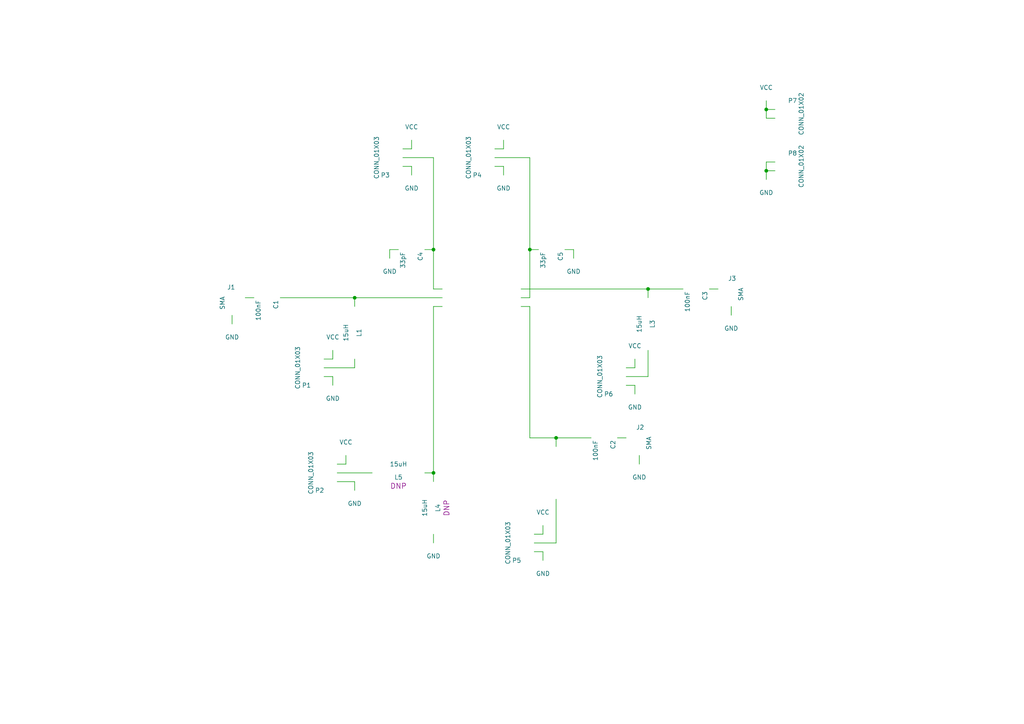
<source format=kicad_sch>
(kicad_sch (version 20230121) (generator eeschema)
  (paper "A4")
  (lib_symbols)
  (junction (at 161.29 127))
  (junction (at 153.67 72.39))
  (junction (at 187.96 83.82))
  (junction (at 222.25 31.75))
  (junction (at 125.73 72.39))
  (junction (at 222.25 49.53))
  (junction (at 102.87 86.36))
  (junction (at 125.73 137.16))
  (wire (pts (xy 151.13 83.82) (xy 187.96 83.82)))
  (wire (pts (xy 96.52 104.14) (xy 93.98 104.14)))
  (wire (pts (xy 157.48 160.02) (xy 157.48 162.56)))
  (wire (pts (xy 119.38 40.64) (xy 119.38 43.18)))
  (wire (pts (xy 184.15 104.14) (xy 184.15 106.68)))
  (wire (pts (xy 100.33 134.62) (xy 97.79 134.62)))
  (wire (pts (xy 222.25 34.29) (xy 224.79 34.29)))
  (wire (pts (xy 146.05 48.26) (xy 146.05 50.8)))
  (wire (pts (xy 166.37 72.39) (xy 166.37 74.93)))
  (wire (pts (xy 184.15 111.76) (xy 184.15 114.3)))
  (wire (pts (xy 116.84 48.26) (xy 119.38 48.26)))
  (wire (pts (xy 146.05 40.64) (xy 146.05 43.18)))
  (wire (pts (xy 97.79 137.16) (xy 107.95 137.16)))
  (wire (pts (xy 119.38 48.26) (xy 119.38 50.8)))
  (wire (pts (xy 143.51 48.26) (xy 146.05 48.26)))
  (wire (pts (xy 153.67 86.36) (xy 151.13 86.36)))
  (wire (pts (xy 222.25 49.53) (xy 222.25 52.07)))
  (wire (pts (xy 222.25 31.75) (xy 224.79 31.75)))
  (wire (pts (xy 93.98 106.68) (xy 102.87 106.68)))
  (wire (pts (xy 81.28 86.36) (xy 102.87 86.36)))
  (wire (pts (xy 212.09 88.9) (xy 212.09 91.44)))
  (wire (pts (xy 161.29 157.48) (xy 161.29 144.78)))
  (wire (pts (xy 102.87 106.68) (xy 102.87 104.14)))
  (wire (pts (xy 102.87 139.7) (xy 102.87 142.24)))
  (wire (pts (xy 222.25 31.75) (xy 222.25 34.29)))
  (wire (pts (xy 154.94 157.48) (xy 161.29 157.48)))
  (wire (pts (xy 123.19 72.39) (xy 125.73 72.39)))
  (wire (pts (xy 125.73 72.39) (xy 125.73 83.82)))
  (wire (pts (xy 205.74 83.82) (xy 208.28 83.82)))
  (wire (pts (xy 97.79 139.7) (xy 102.87 139.7)))
  (wire (pts (xy 153.67 88.9) (xy 153.67 127)))
  (wire (pts (xy 222.25 46.99) (xy 224.79 46.99)))
  (wire (pts (xy 161.29 127) (xy 171.45 127)))
  (wire (pts (xy 143.51 45.72) (xy 153.67 45.72)))
  (wire (pts (xy 222.25 29.21) (xy 222.25 31.75)))
  (wire (pts (xy 125.73 83.82) (xy 128.27 83.82)))
  (wire (pts (xy 153.67 45.72) (xy 153.67 72.39)))
  (wire (pts (xy 67.31 91.44) (xy 67.31 93.98)))
  (wire (pts (xy 73.66 86.36) (xy 71.12 86.36)))
  (wire (pts (xy 100.33 132.08) (xy 100.33 134.62)))
  (wire (pts (xy 153.67 72.39) (xy 153.67 86.36)))
  (wire (pts (xy 146.05 43.18) (xy 143.51 43.18)))
  (wire (pts (xy 125.73 88.9) (xy 128.27 88.9)))
  (wire (pts (xy 93.98 109.22) (xy 96.52 109.22)))
  (wire (pts (xy 102.87 86.36) (xy 102.87 88.9)))
  (wire (pts (xy 157.48 154.94) (xy 154.94 154.94)))
  (wire (pts (xy 125.73 45.72) (xy 125.73 72.39)))
  (wire (pts (xy 185.42 132.08) (xy 185.42 134.62)))
  (wire (pts (xy 125.73 154.94) (xy 125.73 157.48)))
  (wire (pts (xy 153.67 127) (xy 161.29 127)))
  (wire (pts (xy 125.73 88.9) (xy 125.73 137.16)))
  (wire (pts (xy 184.15 106.68) (xy 181.61 106.68)))
  (wire (pts (xy 187.96 109.22) (xy 187.96 101.6)))
  (wire (pts (xy 181.61 109.22) (xy 187.96 109.22)))
  (wire (pts (xy 116.84 45.72) (xy 125.73 45.72)))
  (wire (pts (xy 222.25 46.99) (xy 222.25 49.53)))
  (wire (pts (xy 119.38 43.18) (xy 116.84 43.18)))
  (wire (pts (xy 181.61 111.76) (xy 184.15 111.76)))
  (wire (pts (xy 187.96 83.82) (xy 198.12 83.82)))
  (wire (pts (xy 161.29 129.54) (xy 161.29 127)))
  (wire (pts (xy 102.87 86.36) (xy 128.27 86.36)))
  (wire (pts (xy 224.79 49.53) (xy 222.25 49.53)))
  (wire (pts (xy 179.07 127) (xy 181.61 127)))
  (wire (pts (xy 96.52 109.22) (xy 96.52 111.76)))
  (wire (pts (xy 153.67 72.39) (xy 156.21 72.39)))
  (wire (pts (xy 96.52 101.6) (xy 96.52 104.14)))
  (wire (pts (xy 157.48 152.4) (xy 157.48 154.94)))
  (wire (pts (xy 113.03 74.93) (xy 113.03 72.39)))
  (wire (pts (xy 154.94 160.02) (xy 157.48 160.02)))
  (wire (pts (xy 151.13 88.9) (xy 153.67 88.9)))
  (wire (pts (xy 125.73 137.16) (xy 125.73 139.7)))
  (wire (pts (xy 123.19 137.16) (xy 125.73 137.16)))
  (wire (pts (xy 113.03 72.39) (xy 115.57 72.39)))
  (wire (pts (xy 163.83 72.39) (xy 166.37 72.39)))
  (wire (pts (xy 187.96 83.82) (xy 187.96 86.36)))
  (symbol (lib_id "SKY13350") (at 139.7 86.36 0) (unit 1)
    (property "Reference" "U1" (at 139.7 81.28 0) (effects (font (size 1.524 1.524))))
    (property "Value" "SKY13350" (at 139.7 91.44 0) (effects (font (size 1.524 1.524))))
    (property "Footprint" "gsg-modules:SKY13350-385LF" (effects hide))
    (property "Manufacturer" "Skyworks" (effects hide))
    (property "Part Number" "SKY13350-385LF" (effects hide))
    (property "Description" "0.01-6.0 GHz GaAs SPDT Switch" (effects hide))
  )
  (symbol (lib_id "BNC") (at 212.09 83.82 0) (unit 1)
    (property "Reference" "J3" (at 212.344 80.772 0))
    (property "Value" "SMA" (at 214.884 85.344 90))
    (property "Footprint" "gsg-modules:SMA-VERTICAL" (effects hide))
  )
  (symbol (lib_id "BNC") (at 67.31 86.36 0) (mirror y) (unit 1)
    (property "Reference" "J1" (at 67.056 83.312 0))
    (property "Value" "SMA" (at 64.516 87.884 90))
    (property "Footprint" "gsg-modules:SMA-VERTICAL" (effects hide))
  )
  (symbol (lib_id "GND") (at 67.31 93.98 0) (unit 1)
    (property "Reference" "#PWR01" (effects hide))
    (property "Value" "GND" (at 67.31 97.79 0))
  )
  (symbol (lib_id "GND") (at 212.09 91.44 0) (unit 1)
    (property "Reference" "#PWR02" (effects hide))
    (property "Value" "GND" (at 212.09 95.25 0))
  )
  (symbol (lib_id "GND") (at 125.73 157.48 0) (unit 1)
    (property "Reference" "#PWR03" (effects hide))
    (property "Value" "GND" (at 125.73 161.29 0))
  )
  (symbol (lib_id "GND") (at 102.87 142.24 0) (unit 1)
    (property "Reference" "#PWR04" (effects hide))
    (property "Value" "GND" (at 102.87 146.05 0))
  )
  (symbol (lib_id "C") (at 77.47 86.36 270) (unit 1)
    (property "Reference" "C1" (at 80.01 86.995 0) (effects (justify left)))
    (property "Value" "100nF" (at 74.93 86.995 0) (effects (justify left)))
    (property "Footprint" "gsg-modules:0402" (effects hide))
    (property "Manufacturer" "Murata" (effects hide))
    (property "Part Number" "GRM155R61A104KA01D" (effects hide))
    (property "Description" "CAP CER 0.1UF 10V 10% X5R 0402" (effects hide))
  )
  (symbol (lib_id "CONN_01X03") (at 88.9 106.68 180) (unit 1)
    (property "Reference" "P1" (at 88.9 111.76 0))
    (property "Value" "CONN_01X03" (at 86.36 106.68 90))
    (property "Footprint" "gsg-modules:HEADER-1x3" (effects hide))
  )
  (symbol (lib_id "VCC") (at 96.52 101.6 0) (unit 1)
    (property "Reference" "#PWR05" (effects hide))
    (property "Value" "VCC" (at 96.52 97.79 0))
  )
  (symbol (lib_id "GND") (at 96.52 111.76 0) (unit 1)
    (property "Reference" "#PWR06" (effects hide))
    (property "Value" "GND" (at 96.52 115.57 0))
  )
  (symbol (lib_id "CONN_01X03") (at 92.71 137.16 180) (unit 1)
    (property "Reference" "P2" (at 92.71 142.24 0))
    (property "Value" "CONN_01X03" (at 90.17 137.16 90))
    (property "Footprint" "gsg-modules:HEADER-1x3" (effects hide))
  )
  (symbol (lib_id "VCC") (at 100.33 132.08 0) (unit 1)
    (property "Reference" "#PWR07" (effects hide))
    (property "Value" "VCC" (at 100.33 128.27 0))
  )
  (symbol (lib_id "CONN_01X03") (at 176.53 109.22 180) (unit 1)
    (property "Reference" "P6" (at 176.53 114.3 0))
    (property "Value" "CONN_01X03" (at 173.99 109.22 90))
    (property "Footprint" "gsg-modules:HEADER-1x3" (effects hide))
  )
  (symbol (lib_id "VCC") (at 184.15 104.14 0) (unit 1)
    (property "Reference" "#PWR08" (effects hide))
    (property "Value" "VCC" (at 184.15 100.33 0))
  )
  (symbol (lib_id "GND") (at 184.15 114.3 0) (unit 1)
    (property "Reference" "#PWR09" (effects hide))
    (property "Value" "GND" (at 184.15 118.11 0))
  )
  (symbol (lib_id "BNC") (at 185.42 127 0) (unit 1)
    (property "Reference" "J2" (at 185.674 123.952 0))
    (property "Value" "SMA" (at 188.214 128.524 90))
    (property "Footprint" "gsg-modules:SMA-VERTICAL" (effects hide))
  )
  (symbol (lib_id "GND") (at 185.42 134.62 0) (unit 1)
    (property "Reference" "#PWR010" (effects hide))
    (property "Value" "GND" (at 185.42 138.43 0))
  )
  (symbol (lib_id "CONN_01X03") (at 149.86 157.48 180) (unit 1)
    (property "Reference" "P5" (at 149.86 162.56 0))
    (property "Value" "CONN_01X03" (at 147.32 157.48 90))
    (property "Footprint" "gsg-modules:HEADER-1x3" (effects hide))
  )
  (symbol (lib_id "VCC") (at 157.48 152.4 0) (unit 1)
    (property "Reference" "#PWR011" (effects hide))
    (property "Value" "VCC" (at 157.48 148.59 0))
  )
  (symbol (lib_id "GND") (at 157.48 162.56 0) (unit 1)
    (property "Reference" "#PWR012" (effects hide))
    (property "Value" "GND" (at 157.48 166.37 0))
  )
  (symbol (lib_id "CONN_01X03") (at 138.43 45.72 180) (unit 1)
    (property "Reference" "P4" (at 138.43 50.8 0))
    (property "Value" "CONN_01X03" (at 135.89 45.72 90))
    (property "Footprint" "gsg-modules:HEADER-1x3" (effects hide))
  )
  (symbol (lib_id "VCC") (at 146.05 40.64 0) (unit 1)
    (property "Reference" "#PWR013" (effects hide))
    (property "Value" "VCC" (at 146.05 36.83 0))
  )
  (symbol (lib_id "GND") (at 146.05 50.8 0) (unit 1)
    (property "Reference" "#PWR014" (effects hide))
    (property "Value" "GND" (at 146.05 54.61 0))
  )
  (symbol (lib_id "CONN_01X03") (at 111.76 45.72 180) (unit 1)
    (property "Reference" "P3" (at 111.76 50.8 0))
    (property "Value" "CONN_01X03" (at 109.22 45.72 90))
    (property "Footprint" "gsg-modules:HEADER-1x3" (effects hide))
  )
  (symbol (lib_id "VCC") (at 119.38 40.64 0) (unit 1)
    (property "Reference" "#PWR015" (effects hide))
    (property "Value" "VCC" (at 119.38 36.83 0))
  )
  (symbol (lib_id "GND") (at 119.38 50.8 0) (unit 1)
    (property "Reference" "#PWR016" (effects hide))
    (property "Value" "GND" (at 119.38 54.61 0))
  )
  (symbol (lib_id "CONN_01X02") (at 229.87 33.02 0) (unit 1)
    (property "Reference" "P7" (at 229.87 29.21 0))
    (property "Value" "CONN_01X02" (at 232.41 33.02 90))
    (property "Footprint" "gsg-modules:HEADER-1x2" (effects hide))
  )
  (symbol (lib_id "CONN_01X02") (at 229.87 48.26 0) (unit 1)
    (property "Reference" "P8" (at 229.87 44.45 0))
    (property "Value" "CONN_01X02" (at 232.41 48.26 90))
    (property "Footprint" "gsg-modules:HEADER-1x2" (effects hide))
  )
  (symbol (lib_id "VCC") (at 222.25 29.21 0) (unit 1)
    (property "Reference" "#PWR017" (effects hide))
    (property "Value" "VCC" (at 222.25 25.4 0))
  )
  (symbol (lib_id "GND") (at 222.25 52.07 0) (unit 1)
    (property "Reference" "#PWR018" (effects hide))
    (property "Value" "GND" (at 222.25 55.88 0))
  )
  (symbol (lib_id "GND") (at 166.37 74.93 0) (unit 1)
    (property "Reference" "#PWR019" (effects hide))
    (property "Value" "GND" (at 166.37 78.74 0))
  )
  (symbol (lib_id "C") (at 119.38 72.39 270) (unit 1)
    (property "Reference" "C4" (at 121.92 73.025 0) (effects (justify left)))
    (property "Value" "33pF" (at 116.84 73.025 0) (effects (justify left)))
    (property "Footprint" "gsg-modules:0402" (effects hide))
    (property "Manufacturer" "Murata" (effects hide))
    (property "Part Number" "GRM1555C1H330JA01D" (effects hide))
    (property "Description" "CAP CER 33PF 50V 5% NP0 0402" (effects hide))
  )
  (symbol (lib_id "GND") (at 113.03 74.93 0) (unit 1)
    (property "Reference" "#PWR020" (effects hide))
    (property "Value" "GND" (at 113.03 78.74 0))
  )
  (symbol (lib_id "INDUCTOR") (at 102.87 96.52 180) (unit 1)
    (property "Reference" "L1" (at 104.14 96.52 90))
    (property "Value" "15uH" (at 100.33 96.52 90))
    (property "Footprint" "gsg-modules:0603" (effects hide))
    (property "Manufacturer" "Taiyo Yuden" (effects hide))
    (property "Part Number" "BRL1608T150M" (effects hide))
    (property "Description" "FIXED IND 15UH 200MA 3.328 OHM" (effects hide))
  )
  (symbol (lib_id "INDUCTOR") (at 125.73 147.32 180) (unit 1)
    (property "Reference" "L4" (at 127 147.32 90))
    (property "Value" "15uH" (at 123.19 147.32 90))
    (property "Footprint" "gsg-modules:0603" (effects hide))
    (property "Manufacturer" "Taiyo Yuden" (effects hide))
    (property "Part Number" "BRL1608T150M" (effects hide))
    (property "Description" "FIXED IND 15UH 200MA 3.328 OHM" (effects hide))
    (property "Note" "DNP" (at 129.54 147.32 90) (effects (font (size 1.524 1.524))))
  )
  (symbol (lib_id "INDUCTOR") (at 161.29 137.16 180) (unit 1)
    (property "Reference" "L2" (at 162.56 137.16 90))
    (property "Value" "15uH" (at 158.75 137.16 90))
    (property "Footprint" "gsg-modules:0603" (effects hide))
    (property "Manufacturer" "Taiyo Yuden" (effects hide))
    (property "Part Number" "BRL1608T150M" (effects hide))
    (property "Description" "FIXED IND 15UH 200MA 3.328 OHM" (effects hide))
  )
  (symbol (lib_id "INDUCTOR") (at 187.96 93.98 180) (unit 1)
    (property "Reference" "L3" (at 189.23 93.98 90))
    (property "Value" "15uH" (at 185.42 93.98 90))
    (property "Footprint" "gsg-modules:0603" (effects hide))
    (property "Manufacturer" "Taiyo Yuden" (effects hide))
    (property "Part Number" "BRL1608T150M" (effects hide))
    (property "Description" "FIXED IND 15UH 200MA 3.328 OHM" (effects hide))
  )
  (symbol (lib_id "INDUCTOR") (at 115.57 137.16 90) (unit 1)
    (property "Reference" "L5" (at 115.57 138.43 90))
    (property "Value" "15uH" (at 115.57 134.62 90))
    (property "Footprint" "gsg-modules:0603" (effects hide))
    (property "Manufacturer" "Taiyo Yuden" (effects hide))
    (property "Part Number" "BRL1608T150M" (effects hide))
    (property "Description" "FIXED IND 15UH 200MA 3.328 OHM" (effects hide))
    (property "Note" "DNP" (at 115.57 140.97 90) (effects (font (size 1.524 1.524))))
  )
  (symbol (lib_id "C") (at 175.26 127 270) (unit 1)
    (property "Reference" "C2" (at 177.8 127.635 0) (effects (justify left)))
    (property "Value" "100nF" (at 172.72 127.635 0) (effects (justify left)))
    (property "Footprint" "gsg-modules:0402" (effects hide))
    (property "Manufacturer" "Murata" (effects hide))
    (property "Part Number" "GRM155R61A104KA01D" (effects hide))
    (property "Description" "CAP CER 0.1UF 10V 10% X5R 0402" (effects hide))
  )
  (symbol (lib_id "C") (at 201.93 83.82 270) (unit 1)
    (property "Reference" "C3" (at 204.47 84.455 0) (effects (justify left)))
    (property "Value" "100nF" (at 199.39 84.455 0) (effects (justify left)))
    (property "Footprint" "gsg-modules:0402" (effects hide))
    (property "Manufacturer" "Murata" (effects hide))
    (property "Part Number" "GRM155R61A104KA01D" (effects hide))
    (property "Description" "CAP CER 0.1UF 10V 10% X5R 0402" (effects hide))
  )
  (symbol (lib_id "C") (at 160.02 72.39 270) (unit 1)
    (property "Reference" "C5" (at 162.56 73.025 0) (effects (justify left)))
    (property "Value" "33pF" (at 157.48 73.025 0) (effects (justify left)))
    (property "Footprint" "gsg-modules:0402" (effects hide))
    (property "Manufacturer" "Murata" (effects hide))
    (property "Part Number" "GRM1555C1H330JA01D" (effects hide))
    (property "Description" "CAP CER 33PF 50V 5% NP0 0402" (effects hide))
  )
)
</source>
